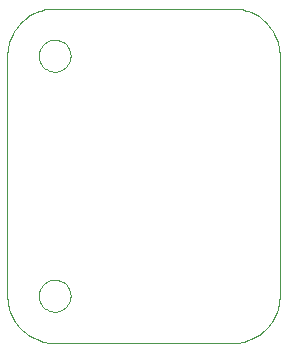
<source format=gbo>
G75*
%MOIN*%
%OFA0B0*%
%FSLAX24Y24*%
%IPPOS*%
%LPD*%
%AMOC8*
5,1,8,0,0,1.08239X$1,22.5*
%
%ADD10C,0.0000*%
%ADD11C,0.0039*%
D10*
X001194Y001725D02*
X001196Y001771D01*
X001202Y001816D01*
X001212Y001861D01*
X001225Y001904D01*
X001242Y001947D01*
X001263Y001987D01*
X001287Y002026D01*
X001315Y002062D01*
X001346Y002096D01*
X001379Y002128D01*
X001415Y002156D01*
X001453Y002181D01*
X001493Y002203D01*
X001535Y002221D01*
X001578Y002235D01*
X001623Y002246D01*
X001668Y002253D01*
X001714Y002256D01*
X001759Y002255D01*
X001805Y002250D01*
X001850Y002241D01*
X001893Y002229D01*
X001936Y002212D01*
X001977Y002192D01*
X002016Y002169D01*
X002054Y002142D01*
X002088Y002112D01*
X002120Y002080D01*
X002149Y002044D01*
X002175Y002007D01*
X002198Y001967D01*
X002217Y001926D01*
X002232Y001883D01*
X002244Y001838D01*
X002252Y001793D01*
X002256Y001748D01*
X002256Y001702D01*
X002252Y001657D01*
X002244Y001612D01*
X002232Y001567D01*
X002217Y001524D01*
X002198Y001483D01*
X002175Y001443D01*
X002149Y001406D01*
X002120Y001370D01*
X002088Y001338D01*
X002054Y001308D01*
X002016Y001281D01*
X001977Y001258D01*
X001936Y001238D01*
X001893Y001221D01*
X001850Y001209D01*
X001805Y001200D01*
X001759Y001195D01*
X001714Y001194D01*
X001668Y001197D01*
X001623Y001204D01*
X001578Y001215D01*
X001535Y001229D01*
X001493Y001247D01*
X001453Y001269D01*
X001415Y001294D01*
X001379Y001322D01*
X001346Y001354D01*
X001315Y001388D01*
X001287Y001424D01*
X001263Y001463D01*
X001242Y001503D01*
X001225Y001546D01*
X001212Y001589D01*
X001202Y001634D01*
X001196Y001679D01*
X001194Y001725D01*
X001194Y009725D02*
X001196Y009771D01*
X001202Y009816D01*
X001212Y009861D01*
X001225Y009904D01*
X001242Y009947D01*
X001263Y009987D01*
X001287Y010026D01*
X001315Y010062D01*
X001346Y010096D01*
X001379Y010128D01*
X001415Y010156D01*
X001453Y010181D01*
X001493Y010203D01*
X001535Y010221D01*
X001578Y010235D01*
X001623Y010246D01*
X001668Y010253D01*
X001714Y010256D01*
X001759Y010255D01*
X001805Y010250D01*
X001850Y010241D01*
X001893Y010229D01*
X001936Y010212D01*
X001977Y010192D01*
X002016Y010169D01*
X002054Y010142D01*
X002088Y010112D01*
X002120Y010080D01*
X002149Y010044D01*
X002175Y010007D01*
X002198Y009967D01*
X002217Y009926D01*
X002232Y009883D01*
X002244Y009838D01*
X002252Y009793D01*
X002256Y009748D01*
X002256Y009702D01*
X002252Y009657D01*
X002244Y009612D01*
X002232Y009567D01*
X002217Y009524D01*
X002198Y009483D01*
X002175Y009443D01*
X002149Y009406D01*
X002120Y009370D01*
X002088Y009338D01*
X002054Y009308D01*
X002016Y009281D01*
X001977Y009258D01*
X001936Y009238D01*
X001893Y009221D01*
X001850Y009209D01*
X001805Y009200D01*
X001759Y009195D01*
X001714Y009194D01*
X001668Y009197D01*
X001623Y009204D01*
X001578Y009215D01*
X001535Y009229D01*
X001493Y009247D01*
X001453Y009269D01*
X001415Y009294D01*
X001379Y009322D01*
X001346Y009354D01*
X001315Y009388D01*
X001287Y009424D01*
X001263Y009463D01*
X001242Y009503D01*
X001225Y009546D01*
X001212Y009589D01*
X001202Y009634D01*
X001196Y009679D01*
X001194Y009725D01*
D11*
X000150Y009725D02*
X000150Y001725D01*
X000152Y001648D01*
X000158Y001571D01*
X000167Y001494D01*
X000180Y001418D01*
X000197Y001342D01*
X000218Y001268D01*
X000242Y001194D01*
X000270Y001122D01*
X000301Y001052D01*
X000336Y000983D01*
X000374Y000915D01*
X000415Y000850D01*
X000460Y000787D01*
X000508Y000726D01*
X000558Y000667D01*
X000611Y000611D01*
X000667Y000558D01*
X000726Y000508D01*
X000787Y000460D01*
X000850Y000415D01*
X000915Y000374D01*
X000983Y000336D01*
X001052Y000301D01*
X001122Y000270D01*
X001194Y000242D01*
X001268Y000218D01*
X001342Y000197D01*
X001418Y000180D01*
X001494Y000167D01*
X001571Y000158D01*
X001648Y000152D01*
X001725Y000150D01*
X007650Y000150D01*
X007727Y000152D01*
X007804Y000158D01*
X007881Y000167D01*
X007957Y000180D01*
X008033Y000197D01*
X008107Y000218D01*
X008181Y000242D01*
X008253Y000270D01*
X008323Y000301D01*
X008392Y000336D01*
X008460Y000374D01*
X008525Y000415D01*
X008588Y000460D01*
X008649Y000508D01*
X008708Y000558D01*
X008764Y000611D01*
X008817Y000667D01*
X008867Y000726D01*
X008915Y000787D01*
X008960Y000850D01*
X009001Y000915D01*
X009039Y000983D01*
X009074Y001052D01*
X009105Y001122D01*
X009133Y001194D01*
X009157Y001268D01*
X009178Y001342D01*
X009195Y001418D01*
X009208Y001494D01*
X009217Y001571D01*
X009223Y001648D01*
X009225Y001725D01*
X009225Y009725D01*
X009223Y009802D01*
X009217Y009879D01*
X009208Y009956D01*
X009195Y010032D01*
X009178Y010108D01*
X009157Y010182D01*
X009133Y010256D01*
X009105Y010328D01*
X009074Y010398D01*
X009039Y010467D01*
X009001Y010535D01*
X008960Y010600D01*
X008915Y010663D01*
X008867Y010724D01*
X008817Y010783D01*
X008764Y010839D01*
X008708Y010892D01*
X008649Y010942D01*
X008588Y010990D01*
X008525Y011035D01*
X008460Y011076D01*
X008392Y011114D01*
X008323Y011149D01*
X008253Y011180D01*
X008181Y011208D01*
X008107Y011232D01*
X008033Y011253D01*
X007957Y011270D01*
X007881Y011283D01*
X007804Y011292D01*
X007727Y011298D01*
X007650Y011300D01*
X001725Y011300D01*
X001648Y011298D01*
X001571Y011292D01*
X001494Y011283D01*
X001418Y011270D01*
X001342Y011253D01*
X001268Y011232D01*
X001194Y011208D01*
X001122Y011180D01*
X001052Y011149D01*
X000983Y011114D01*
X000915Y011076D01*
X000850Y011035D01*
X000787Y010990D01*
X000726Y010942D01*
X000667Y010892D01*
X000611Y010839D01*
X000558Y010783D01*
X000508Y010724D01*
X000460Y010663D01*
X000415Y010600D01*
X000374Y010535D01*
X000336Y010467D01*
X000301Y010398D01*
X000270Y010328D01*
X000242Y010256D01*
X000218Y010182D01*
X000197Y010108D01*
X000180Y010032D01*
X000167Y009956D01*
X000158Y009879D01*
X000152Y009802D01*
X000150Y009725D01*
M02*

</source>
